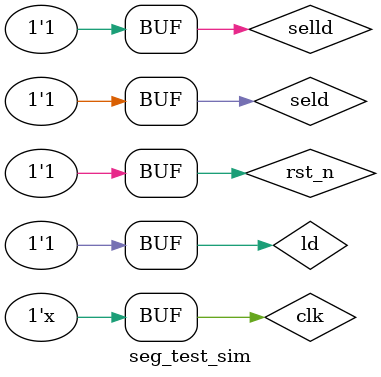
<source format=v>
`timescale 1ns/1ns
module seg_test_sim();

reg clk;
reg selld;
reg seld;
reg ld;
reg rst_n;
wire [7:0] seg_data;
wire [5:0] sel_data;

initial
begin
	rst_n=0;
	clk=0;
	selld=1;
	seld=1;
	ld=1;
	#200 rst_n=1;
end

always #10 clk=~clk;

seg_test myseg(
	.clk(clk),.rst_n(rst_n),.ld(ld),.selld(selld),.seld(seld),.seg_data(seg_data),
	.sel_data(sel_data)
);

endmodule

</source>
